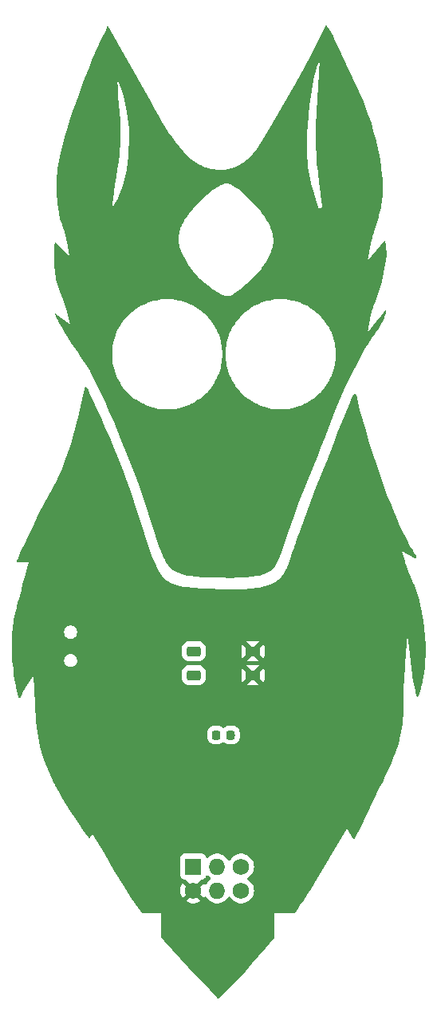
<source format=gtl>
G04 #@! TF.GenerationSoftware,KiCad,Pcbnew,8.0.8*
G04 #@! TF.CreationDate,2025-01-21T00:02:22+01:00*
G04 #@! TF.ProjectId,cerberus,63657262-6572-4757-932e-6b696361645f,rev?*
G04 #@! TF.SameCoordinates,Original*
G04 #@! TF.FileFunction,Copper,L1,Top*
G04 #@! TF.FilePolarity,Positive*
%FSLAX46Y46*%
G04 Gerber Fmt 4.6, Leading zero omitted, Abs format (unit mm)*
G04 Created by KiCad (PCBNEW 8.0.8) date 2025-01-21 00:02:22*
%MOMM*%
%LPD*%
G01*
G04 APERTURE LIST*
G04 Aperture macros list*
%AMRoundRect*
0 Rectangle with rounded corners*
0 $1 Rounding radius*
0 $2 $3 $4 $5 $6 $7 $8 $9 X,Y pos of 4 corners*
0 Add a 4 corners polygon primitive as box body*
4,1,4,$2,$3,$4,$5,$6,$7,$8,$9,$2,$3,0*
0 Add four circle primitives for the rounded corners*
1,1,$1+$1,$2,$3*
1,1,$1+$1,$4,$5*
1,1,$1+$1,$6,$7*
1,1,$1+$1,$8,$9*
0 Add four rect primitives between the rounded corners*
20,1,$1+$1,$2,$3,$4,$5,0*
20,1,$1+$1,$4,$5,$6,$7,0*
20,1,$1+$1,$6,$7,$8,$9,0*
20,1,$1+$1,$8,$9,$2,$3,0*%
G04 Aperture macros list end*
G04 #@! TA.AperFunction,Conductor*
%ADD10C,0.000000*%
G04 #@! TD*
G04 #@! TA.AperFunction,SMDPad,CuDef*
%ADD11RoundRect,0.218750X0.218750X0.256250X-0.218750X0.256250X-0.218750X-0.256250X0.218750X-0.256250X0*%
G04 #@! TD*
G04 #@! TA.AperFunction,ComponentPad*
%ADD12R,1.727200X1.727200*%
G04 #@! TD*
G04 #@! TA.AperFunction,ComponentPad*
%ADD13C,1.727200*%
G04 #@! TD*
G04 #@! TA.AperFunction,ComponentPad*
%ADD14O,1.727200X1.727200*%
G04 #@! TD*
G04 #@! TA.AperFunction,SMDPad,CuDef*
%ADD15RoundRect,0.275000X0.475000X0.275000X-0.475000X0.275000X-0.475000X-0.275000X0.475000X-0.275000X0*%
G04 #@! TD*
G04 #@! TA.AperFunction,ViaPad*
%ADD16C,0.800000*%
G04 #@! TD*
G04 #@! TA.AperFunction,Conductor*
%ADD17C,0.250000*%
G04 #@! TD*
G04 APERTURE END LIST*
D10*
G04 #@! TA.AperFunction,Conductor*
G36*
X76456219Y-54292555D02*
G01*
X76572511Y-54478496D01*
X76812852Y-54895499D01*
X77059341Y-55358828D01*
X77306939Y-55851880D01*
X77550609Y-56358050D01*
X77785312Y-56860735D01*
X78207669Y-57789238D01*
X78449520Y-58321710D01*
X78554535Y-58546416D01*
X78603274Y-58647766D01*
X78649578Y-58741544D01*
X78987465Y-59425553D01*
X79321629Y-60125139D01*
X79649852Y-60839244D01*
X79969915Y-61566806D01*
X80279598Y-62306766D01*
X80576682Y-63058065D01*
X80858949Y-63819642D01*
X81124178Y-64590438D01*
X81367624Y-65361379D01*
X81589475Y-66138070D01*
X81787506Y-66919367D01*
X81959493Y-67704122D01*
X82103209Y-68491189D01*
X82216429Y-69279424D01*
X82296929Y-70067681D01*
X82324213Y-70461459D01*
X82342482Y-70854812D01*
X82351052Y-71259190D01*
X82348537Y-71644029D01*
X82335728Y-72010469D01*
X82313418Y-72359647D01*
X82282398Y-72692702D01*
X82243461Y-73010772D01*
X82197398Y-73314997D01*
X82145001Y-73606514D01*
X82087064Y-73886462D01*
X82024376Y-74155980D01*
X81957732Y-74416205D01*
X81887922Y-74668277D01*
X81741975Y-75152513D01*
X81592871Y-75617797D01*
X81459191Y-76034079D01*
X81394564Y-76241587D01*
X81332107Y-76449853D01*
X81272339Y-76659762D01*
X81215781Y-76872202D01*
X81162954Y-77088056D01*
X81114378Y-77308212D01*
X80726584Y-79173029D01*
X82595869Y-77028844D01*
X82641677Y-77221403D01*
X82678472Y-77419114D01*
X82726550Y-77828315D01*
X82743153Y-78253097D01*
X82731330Y-78690108D01*
X82694131Y-79136000D01*
X82634604Y-79587419D01*
X82555800Y-80041017D01*
X82460766Y-80493443D01*
X82352553Y-80941345D01*
X82234210Y-81381373D01*
X81979330Y-82224405D01*
X81720521Y-82995734D01*
X81482176Y-83668554D01*
X81350248Y-84039158D01*
X81292244Y-84205813D01*
X81240389Y-84359601D01*
X81195315Y-84500197D01*
X81157652Y-84627276D01*
X81128034Y-84740511D01*
X81116439Y-84791836D01*
X81107092Y-84839578D01*
X80759493Y-86787403D01*
X81989909Y-85236015D01*
X82074309Y-85130491D01*
X82163049Y-85021756D01*
X82255889Y-84910723D01*
X82352588Y-84798306D01*
X82452907Y-84685421D01*
X82556606Y-84572982D01*
X82663447Y-84461902D01*
X82773188Y-84353098D01*
X82776503Y-84349983D01*
X82724034Y-84557380D01*
X82668115Y-84753560D01*
X82608666Y-84939724D01*
X82545608Y-85117074D01*
X82478861Y-85286810D01*
X82408348Y-85450134D01*
X82333988Y-85608247D01*
X82255703Y-85762350D01*
X82173413Y-85913645D01*
X82087039Y-86063332D01*
X81996503Y-86212613D01*
X81901725Y-86362689D01*
X81699126Y-86670029D01*
X81478609Y-86994964D01*
X81191805Y-87418888D01*
X80798114Y-88023443D01*
X80418699Y-88642088D01*
X80052716Y-89273608D01*
X79699319Y-89916789D01*
X79026910Y-91233276D01*
X78394713Y-92581838D01*
X77795973Y-93952761D01*
X77223933Y-95336332D01*
X76132925Y-98102565D01*
X75848176Y-98832075D01*
X75454106Y-99832573D01*
X74962304Y-101076450D01*
X74222627Y-102943601D01*
X73499206Y-104806419D01*
X72793959Y-106696805D01*
X72448749Y-107662303D01*
X72108801Y-108646656D01*
X71972240Y-109055491D01*
X71844006Y-109446464D01*
X71526745Y-110383882D01*
X71369000Y-110787483D01*
X71200282Y-111149786D01*
X71011920Y-111472371D01*
X70907663Y-111619264D01*
X70795242Y-111756819D01*
X70673575Y-111885235D01*
X70541577Y-112004709D01*
X70398164Y-112115439D01*
X70242252Y-112217622D01*
X70072757Y-112311456D01*
X69888596Y-112397138D01*
X69688684Y-112474865D01*
X69471937Y-112544836D01*
X69237271Y-112607248D01*
X68983603Y-112662298D01*
X68414922Y-112751104D01*
X67757223Y-112812833D01*
X67001834Y-112849066D01*
X66140083Y-112861383D01*
X65163298Y-112851364D01*
X64184891Y-112827853D01*
X63324511Y-112794376D01*
X62571991Y-112744368D01*
X61917162Y-112671260D01*
X61623203Y-112623992D01*
X61349855Y-112568487D01*
X61095844Y-112503924D01*
X60859902Y-112429482D01*
X60640756Y-112344340D01*
X60437135Y-112247677D01*
X60247768Y-112138673D01*
X60071385Y-112016506D01*
X59906715Y-111880357D01*
X59752485Y-111729403D01*
X59607426Y-111562824D01*
X59470266Y-111379800D01*
X59339734Y-111179509D01*
X59214559Y-110961130D01*
X59093470Y-110723844D01*
X58975196Y-110466828D01*
X58742009Y-109890326D01*
X58504830Y-109225056D01*
X57977820Y-107601951D01*
X57471180Y-106023371D01*
X56849717Y-104170644D01*
X56485216Y-103134911D01*
X56079156Y-102022764D01*
X55627254Y-100831578D01*
X55125224Y-99558727D01*
X54691180Y-98486849D01*
X54248752Y-97413265D01*
X53797788Y-96343412D01*
X53338138Y-95282726D01*
X52861498Y-94217666D01*
X52372893Y-93165734D01*
X51871816Y-92131447D01*
X51616440Y-91622332D01*
X51357756Y-91119323D01*
X51234632Y-90893068D01*
X51093538Y-90650857D01*
X50936325Y-90393901D01*
X50764839Y-90123416D01*
X50386443Y-89546703D01*
X50104890Y-89126880D01*
X53609365Y-89126880D01*
X53616978Y-89427890D01*
X53639573Y-89724956D01*
X53676781Y-90017709D01*
X53728234Y-90305781D01*
X53793564Y-90588804D01*
X53872403Y-90866410D01*
X53964384Y-91138228D01*
X54069138Y-91403892D01*
X54186297Y-91663032D01*
X54315493Y-91915281D01*
X54456359Y-92160268D01*
X54608525Y-92397627D01*
X54771625Y-92626988D01*
X54945289Y-92847983D01*
X55129151Y-93060243D01*
X55322842Y-93263401D01*
X55526007Y-93457075D01*
X55738272Y-93640925D01*
X55959269Y-93814581D01*
X56188630Y-93977674D01*
X56425987Y-94129837D01*
X56670971Y-94270701D01*
X56923215Y-94399896D01*
X57182351Y-94517055D01*
X57448010Y-94621809D01*
X57719825Y-94713789D01*
X57997427Y-94792626D01*
X58280448Y-94857952D01*
X58568521Y-94909399D01*
X58861276Y-94946598D01*
X59158347Y-94969179D01*
X59459364Y-94976776D01*
X59760390Y-94969180D01*
X60057469Y-94946600D01*
X60350231Y-94909403D01*
X60638308Y-94857959D01*
X60921334Y-94792636D01*
X61198939Y-94713802D01*
X61470755Y-94621825D01*
X61736415Y-94517074D01*
X61995550Y-94399917D01*
X62247793Y-94270723D01*
X62492774Y-94129859D01*
X62730127Y-93977695D01*
X62959483Y-93814599D01*
X63180473Y-93640939D01*
X63392730Y-93457083D01*
X63595887Y-93263401D01*
X63789577Y-93060236D01*
X63973439Y-92847971D01*
X64147104Y-92626974D01*
X64310203Y-92397613D01*
X64462370Y-92160256D01*
X64603235Y-91915272D01*
X64732431Y-91663028D01*
X64849590Y-91403892D01*
X64954344Y-91138233D01*
X65046325Y-90866418D01*
X65125164Y-90588816D01*
X65190494Y-90305795D01*
X65241947Y-90017723D01*
X65279155Y-89724968D01*
X65301749Y-89427897D01*
X65309363Y-89126880D01*
X65649374Y-89126880D01*
X65656988Y-89427906D01*
X65679584Y-89724984D01*
X65716794Y-90017746D01*
X65768250Y-90305823D01*
X65833583Y-90588848D01*
X65912426Y-90866453D01*
X66004409Y-91138270D01*
X66109166Y-91403929D01*
X66226326Y-91663064D01*
X66355524Y-91915307D01*
X66496389Y-92160288D01*
X66648555Y-92397641D01*
X66811652Y-92626997D01*
X66985312Y-92847987D01*
X67169168Y-93060245D01*
X67362851Y-93263401D01*
X67566016Y-93457075D01*
X67778281Y-93640925D01*
X67999278Y-93814581D01*
X68228639Y-93977674D01*
X68465996Y-94129837D01*
X68710980Y-94270701D01*
X68963224Y-94399896D01*
X69222360Y-94517055D01*
X69488019Y-94621809D01*
X69759834Y-94713789D01*
X70037436Y-94792626D01*
X70320457Y-94857952D01*
X70608529Y-94909399D01*
X70901285Y-94946598D01*
X71198355Y-94969179D01*
X71499373Y-94976776D01*
X71800399Y-94969180D01*
X72097476Y-94946600D01*
X72390238Y-94909403D01*
X72678315Y-94857959D01*
X72961341Y-94792636D01*
X73238945Y-94713802D01*
X73510762Y-94621825D01*
X73776421Y-94517074D01*
X74035556Y-94399917D01*
X74287799Y-94270723D01*
X74532780Y-94129859D01*
X74770133Y-93977695D01*
X74999489Y-93814599D01*
X75220479Y-93640939D01*
X75432737Y-93457083D01*
X75635893Y-93263401D01*
X75829584Y-93060236D01*
X76013446Y-92847971D01*
X76187111Y-92626974D01*
X76350211Y-92397613D01*
X76502377Y-92160256D01*
X76643243Y-91915272D01*
X76772439Y-91663028D01*
X76889598Y-91403892D01*
X76994351Y-91138233D01*
X77086332Y-90866418D01*
X77165171Y-90588816D01*
X77230501Y-90305795D01*
X77281954Y-90017723D01*
X77319162Y-89724968D01*
X77341756Y-89427897D01*
X77349369Y-89126880D01*
X77341740Y-88825871D01*
X77319133Y-88528805D01*
X77281917Y-88236052D01*
X77230459Y-87947979D01*
X77165127Y-87664956D01*
X77086288Y-87387351D01*
X76994310Y-87115532D01*
X76889560Y-86849868D01*
X76772407Y-86590728D01*
X76643216Y-86338480D01*
X76502357Y-86093492D01*
X76350197Y-85856133D01*
X76187103Y-85626772D01*
X76013442Y-85405777D01*
X75829583Y-85193517D01*
X75635893Y-84990360D01*
X75432727Y-84796669D01*
X75220459Y-84612807D01*
X74999458Y-84439142D01*
X74770092Y-84276042D01*
X74532729Y-84123875D01*
X74287738Y-83983010D01*
X74035488Y-83853814D01*
X73776348Y-83736655D01*
X73510684Y-83631901D01*
X73238867Y-83539920D01*
X72961265Y-83461081D01*
X72678246Y-83395750D01*
X72390179Y-83344297D01*
X72097432Y-83307090D01*
X71800374Y-83284495D01*
X71499373Y-83276882D01*
X71198346Y-83284495D01*
X70901268Y-83307090D01*
X70608506Y-83344297D01*
X70320428Y-83395750D01*
X70037403Y-83461081D01*
X69759798Y-83539920D01*
X69487981Y-83631901D01*
X69222321Y-83736655D01*
X68963186Y-83853814D01*
X68710944Y-83983010D01*
X68465962Y-84123875D01*
X68228610Y-84276042D01*
X67999254Y-84439142D01*
X67778264Y-84612807D01*
X67566007Y-84796669D01*
X67362851Y-84990360D01*
X67169176Y-85193525D01*
X66985327Y-85405790D01*
X66811671Y-85626787D01*
X66648576Y-85856147D01*
X66496412Y-86093504D01*
X66355546Y-86338489D01*
X66226348Y-86590733D01*
X66109185Y-86849868D01*
X66004426Y-87115528D01*
X65912439Y-87387342D01*
X65833594Y-87664944D01*
X65768257Y-87947965D01*
X65716799Y-88236038D01*
X65679586Y-88528793D01*
X65656989Y-88825863D01*
X65649374Y-89126880D01*
X65309363Y-89126880D01*
X65301749Y-88825871D01*
X65279155Y-88528805D01*
X65241947Y-88236052D01*
X65190494Y-87947979D01*
X65125164Y-87664956D01*
X65046325Y-87387351D01*
X64954344Y-87115532D01*
X64849590Y-86849868D01*
X64732431Y-86590728D01*
X64603235Y-86338480D01*
X64462370Y-86093492D01*
X64310203Y-85856133D01*
X64147104Y-85626772D01*
X63973439Y-85405777D01*
X63789577Y-85193517D01*
X63595887Y-84990360D01*
X63392721Y-84796669D01*
X63180452Y-84612807D01*
X62959451Y-84439142D01*
X62730084Y-84276042D01*
X62492721Y-84123875D01*
X62247730Y-83983010D01*
X61995480Y-83853814D01*
X61736339Y-83736655D01*
X61470676Y-83631901D01*
X61198859Y-83539920D01*
X60921256Y-83461081D01*
X60638237Y-83395750D01*
X60350170Y-83344297D01*
X60057423Y-83307090D01*
X59760365Y-83284495D01*
X59459364Y-83276882D01*
X59158355Y-83284494D01*
X58861289Y-83307085D01*
X58568535Y-83344289D01*
X58280462Y-83395736D01*
X57997439Y-83461060D01*
X57719834Y-83539893D01*
X57448015Y-83631868D01*
X57182351Y-83736617D01*
X56923211Y-83853772D01*
X56670962Y-83982965D01*
X56425974Y-84123831D01*
X56188616Y-84275999D01*
X55959255Y-84439104D01*
X55738260Y-84612778D01*
X55525999Y-84796652D01*
X55322842Y-84990360D01*
X55129151Y-85193526D01*
X54945289Y-85405794D01*
X54771624Y-85626795D01*
X54608525Y-85856161D01*
X54456358Y-86093524D01*
X54315493Y-86338515D01*
X54186297Y-86590765D01*
X54069138Y-86849906D01*
X53964384Y-87115569D01*
X53872403Y-87387386D01*
X53793564Y-87664988D01*
X53728233Y-87948007D01*
X53676780Y-88236074D01*
X53639573Y-88528821D01*
X53616978Y-88825879D01*
X53609365Y-89126880D01*
X50104890Y-89126880D01*
X49973137Y-88930423D01*
X49282684Y-87895940D01*
X48938012Y-87363928D01*
X48604653Y-86830028D01*
X48290817Y-86300207D01*
X48004713Y-85780434D01*
X47874626Y-85526181D01*
X47754549Y-85276677D01*
X47645510Y-85032670D01*
X47548534Y-84794904D01*
X49158555Y-85959596D01*
X48782868Y-84593017D01*
X48703448Y-84312397D01*
X48624313Y-84047701D01*
X48545671Y-83797334D01*
X48467728Y-83559702D01*
X48314759Y-83116266D01*
X48167058Y-82704635D01*
X47982385Y-82186205D01*
X47815917Y-81674199D01*
X47741243Y-81411665D01*
X47673200Y-81140010D01*
X47612482Y-80855657D01*
X47559783Y-80555031D01*
X47515794Y-80234555D01*
X47481211Y-79890653D01*
X47456726Y-79519751D01*
X47443033Y-79118270D01*
X47440825Y-78682636D01*
X47450795Y-78209273D01*
X47473638Y-77694605D01*
X47510046Y-77135055D01*
X47535645Y-77159631D01*
X47561307Y-77184780D01*
X47613269Y-77236992D01*
X47666843Y-77292086D01*
X47722937Y-77350460D01*
X47830123Y-77461779D01*
X47889958Y-77523063D01*
X47955323Y-77589077D01*
X47955122Y-77588983D01*
X49050829Y-78687202D01*
X48800807Y-77157322D01*
X48766713Y-76970129D01*
X48744308Y-76867450D01*
X60669061Y-76867450D01*
X60673985Y-77014447D01*
X60685686Y-77162743D01*
X60704192Y-77312452D01*
X60729531Y-77463687D01*
X60761732Y-77616561D01*
X60798382Y-77761892D01*
X60841235Y-77908541D01*
X60890315Y-78056615D01*
X60945649Y-78206221D01*
X61007261Y-78357466D01*
X61075178Y-78510458D01*
X61149425Y-78665305D01*
X61230027Y-78822112D01*
X61317011Y-78980988D01*
X61410400Y-79142040D01*
X61510222Y-79305374D01*
X61616502Y-79471099D01*
X61729265Y-79639322D01*
X61848536Y-79810148D01*
X61974342Y-79983687D01*
X62106707Y-80160045D01*
X62197843Y-80277583D01*
X62295236Y-80396704D01*
X62398388Y-80517038D01*
X62506800Y-80638219D01*
X62619975Y-80759878D01*
X62737415Y-80881645D01*
X62983096Y-81124033D01*
X63239859Y-81362436D01*
X63503719Y-81593907D01*
X63770691Y-81815497D01*
X64036791Y-82024259D01*
X64185732Y-82135346D01*
X64334135Y-82241271D01*
X64481411Y-82341604D01*
X64626968Y-82435912D01*
X64770217Y-82523766D01*
X64910566Y-82604733D01*
X65047426Y-82678384D01*
X65180205Y-82744286D01*
X65308315Y-82802009D01*
X65431163Y-82851122D01*
X65548160Y-82891193D01*
X65658715Y-82921792D01*
X65762238Y-82942487D01*
X65811178Y-82948986D01*
X65858139Y-82952847D01*
X65903046Y-82954017D01*
X65945826Y-82952442D01*
X65986405Y-82948067D01*
X66024710Y-82940839D01*
X66038426Y-82936922D01*
X66101546Y-82916831D01*
X66171796Y-82888462D01*
X66248711Y-82852212D01*
X66331826Y-82808481D01*
X66420674Y-82757667D01*
X66514791Y-82700169D01*
X66716968Y-82566719D01*
X66934633Y-82411319D01*
X67164063Y-82237162D01*
X67401534Y-82047437D01*
X67643322Y-81845337D01*
X67876481Y-81642698D01*
X68109379Y-81433223D01*
X68338441Y-81219973D01*
X68560090Y-81006007D01*
X68770750Y-80794388D01*
X68966843Y-80588175D01*
X69144794Y-80390429D01*
X69225848Y-80295688D01*
X69301026Y-80204212D01*
X69302935Y-80202203D01*
X69450707Y-80012999D01*
X69590194Y-79827466D01*
X69721428Y-79645371D01*
X69844437Y-79466486D01*
X69959251Y-79290580D01*
X70065901Y-79117422D01*
X70164415Y-78946782D01*
X70254825Y-78778430D01*
X70337160Y-78612135D01*
X70411450Y-78447667D01*
X70477725Y-78284796D01*
X70536014Y-78123291D01*
X70586348Y-77962922D01*
X70628756Y-77803458D01*
X70663268Y-77644670D01*
X70689915Y-77486326D01*
X70709228Y-77323396D01*
X70720233Y-77161455D01*
X70722962Y-77000265D01*
X70717446Y-76839588D01*
X70703715Y-76679186D01*
X70681801Y-76518823D01*
X70651735Y-76358260D01*
X70613548Y-76197260D01*
X70567272Y-76035585D01*
X70512937Y-75872998D01*
X70450574Y-75709260D01*
X70380215Y-75544136D01*
X70301891Y-75377386D01*
X70215633Y-75208774D01*
X70121471Y-75038061D01*
X70019438Y-74865011D01*
X69928623Y-74720083D01*
X69829859Y-74571284D01*
X69723735Y-74419175D01*
X69610836Y-74264320D01*
X69491751Y-74107280D01*
X69367066Y-73948619D01*
X69103247Y-73628678D01*
X68824076Y-73308996D01*
X68534251Y-72994072D01*
X68238470Y-72688404D01*
X67941430Y-72396492D01*
X67782377Y-72246739D01*
X67623599Y-72102278D01*
X67465724Y-71963711D01*
X67309381Y-71831641D01*
X67155200Y-71706671D01*
X67003809Y-71589404D01*
X66855837Y-71480444D01*
X66711913Y-71380393D01*
X66572665Y-71289854D01*
X66438724Y-71209431D01*
X66310718Y-71139726D01*
X66189275Y-71081343D01*
X66075026Y-71034884D01*
X65968597Y-71000952D01*
X65918513Y-70988872D01*
X65870620Y-70980151D01*
X65824996Y-70974863D01*
X65781769Y-70973085D01*
X65746954Y-70974288D01*
X65709861Y-70977856D01*
X65670600Y-70983729D01*
X65629280Y-70991847D01*
X65586008Y-71002149D01*
X65540894Y-71014574D01*
X65494046Y-71029062D01*
X65445572Y-71045552D01*
X65395580Y-71063984D01*
X65344180Y-71084298D01*
X65237586Y-71130327D01*
X65126657Y-71183157D01*
X65012261Y-71242302D01*
X64927995Y-71288436D01*
X64841204Y-71337774D01*
X64752349Y-71390061D01*
X64661890Y-71445042D01*
X64570290Y-71502464D01*
X64478008Y-71562071D01*
X64385505Y-71623609D01*
X64293244Y-71686824D01*
X64288723Y-71686824D01*
X64154618Y-71786411D01*
X63939998Y-71952152D01*
X63719907Y-72134331D01*
X63496162Y-72330905D01*
X63270584Y-72539832D01*
X63044991Y-72759071D01*
X62821204Y-72986579D01*
X62601041Y-73220314D01*
X62386323Y-73458234D01*
X62177403Y-73699954D01*
X61976967Y-73942601D01*
X61786829Y-74184138D01*
X61608804Y-74422522D01*
X61444705Y-74655716D01*
X61296347Y-74881680D01*
X61228638Y-74991313D01*
X61165545Y-75098373D01*
X61107293Y-75202606D01*
X61054111Y-75303756D01*
X60986348Y-75443957D01*
X60925052Y-75584207D01*
X60870251Y-75724621D01*
X60821975Y-75865313D01*
X60780250Y-76006395D01*
X60745105Y-76147981D01*
X60716567Y-76290185D01*
X60694666Y-76433120D01*
X60679429Y-76576900D01*
X60670885Y-76721639D01*
X60669061Y-76867450D01*
X48744308Y-76867450D01*
X48726885Y-76787606D01*
X48682021Y-76608716D01*
X48632817Y-76432422D01*
X48579969Y-76257691D01*
X48524174Y-76083485D01*
X48406529Y-75732507D01*
X48277429Y-75346757D01*
X48213973Y-75147141D01*
X48152695Y-74941999D01*
X48094678Y-74730557D01*
X48041009Y-74512040D01*
X47992772Y-74285674D01*
X47951053Y-74050685D01*
X47888939Y-73634324D01*
X47866835Y-73468383D01*
X53625895Y-73468383D01*
X53625945Y-73468383D01*
X53780005Y-73286159D01*
X53926722Y-73084460D01*
X54066150Y-72864379D01*
X54198343Y-72627008D01*
X54441249Y-72104768D01*
X54655880Y-71526480D01*
X54821119Y-70973083D01*
X54842676Y-70900885D01*
X55002079Y-70236724D01*
X55134527Y-69542737D01*
X55240463Y-68827665D01*
X55320326Y-68100248D01*
X55374556Y-67369228D01*
X55403594Y-66643344D01*
X55407881Y-65931337D01*
X55387857Y-65241949D01*
X55343963Y-64583918D01*
X55276638Y-63965987D01*
X55186324Y-63396896D01*
X55036017Y-62595942D01*
X54938166Y-62124546D01*
X54822910Y-61637954D01*
X54758221Y-61396479D01*
X54688543Y-61160229D01*
X54613660Y-60932212D01*
X54533360Y-60715435D01*
X54447429Y-60512907D01*
X54355656Y-60327635D01*
X54257825Y-60162628D01*
X54153726Y-60020892D01*
X54211517Y-60922628D01*
X54280461Y-61788856D01*
X54419657Y-63468873D01*
X54473832Y-64309709D01*
X54507008Y-65169127D01*
X54511147Y-66060650D01*
X54499816Y-66522676D01*
X54478212Y-66997800D01*
X54448541Y-67428742D01*
X54409138Y-67854700D01*
X54306783Y-68692903D01*
X54182434Y-69514888D01*
X54047380Y-70323138D01*
X53912911Y-71120131D01*
X53790314Y-71908349D01*
X53690879Y-72690273D01*
X53653375Y-73079650D01*
X53625895Y-73468383D01*
X47866835Y-73468383D01*
X47861279Y-73426675D01*
X47835921Y-73219014D01*
X47812892Y-73011068D01*
X47792221Y-72802563D01*
X47773934Y-72593226D01*
X47758059Y-72382782D01*
X47744581Y-72170844D01*
X47733632Y-71958246D01*
X47725233Y-71744738D01*
X47719408Y-71530069D01*
X47716178Y-71313990D01*
X47715565Y-71096250D01*
X47717593Y-70876598D01*
X47722284Y-70654785D01*
X47722284Y-70652876D01*
X47741042Y-70287902D01*
X47777539Y-69896731D01*
X47830909Y-69481167D01*
X47900288Y-69043015D01*
X48083608Y-68106163D01*
X48320578Y-67100610D01*
X48604273Y-66040791D01*
X48927772Y-64941143D01*
X49284151Y-63816101D01*
X49666489Y-62680099D01*
X50133427Y-61366908D01*
X50613712Y-60083938D01*
X51096691Y-58853422D01*
X51571709Y-57697597D01*
X52028114Y-56638699D01*
X52455251Y-55698962D01*
X52842468Y-54900622D01*
X53179111Y-54265915D01*
X57710212Y-62310592D01*
X58038919Y-62907008D01*
X58610009Y-63934397D01*
X58920189Y-64472613D01*
X59247561Y-65017766D01*
X59592700Y-65562800D01*
X59956180Y-66100658D01*
X60338579Y-66624283D01*
X60740470Y-67126617D01*
X61162430Y-67600604D01*
X61381115Y-67824762D01*
X61605034Y-68039187D01*
X61834257Y-68242996D01*
X62068858Y-68435308D01*
X62308907Y-68615240D01*
X62554476Y-68781910D01*
X62805639Y-68934437D01*
X63062466Y-69071938D01*
X63325029Y-69193530D01*
X63593401Y-69298332D01*
X63867653Y-69385462D01*
X64147858Y-69454037D01*
X64434087Y-69503176D01*
X64726412Y-69531995D01*
X64954593Y-69541262D01*
X65176277Y-69540515D01*
X65391603Y-69530090D01*
X65600710Y-69510323D01*
X65803739Y-69481551D01*
X66000827Y-69444108D01*
X66192115Y-69398333D01*
X66377741Y-69344560D01*
X66557844Y-69283127D01*
X66732564Y-69214368D01*
X66902040Y-69138621D01*
X67066411Y-69056221D01*
X67225816Y-68967504D01*
X67380395Y-68872807D01*
X67530286Y-68772466D01*
X67675629Y-68666816D01*
X67811622Y-68560167D01*
X67943211Y-68449418D01*
X68070546Y-68334874D01*
X68193777Y-68216840D01*
X68313054Y-68095618D01*
X68428527Y-67971514D01*
X68540347Y-67844831D01*
X68648662Y-67715872D01*
X68753624Y-67584944D01*
X68855381Y-67452348D01*
X68954085Y-67318390D01*
X69049885Y-67183373D01*
X69112506Y-67090547D01*
X74299166Y-67090547D01*
X74304281Y-67669239D01*
X74322228Y-68204712D01*
X74353215Y-68703822D01*
X74397452Y-69173424D01*
X74455147Y-69620377D01*
X74526509Y-70051535D01*
X74611747Y-70473756D01*
X74711070Y-70893895D01*
X74824687Y-71318810D01*
X74952807Y-71755356D01*
X75253390Y-72690768D01*
X75614491Y-73754984D01*
X75614542Y-73754984D01*
X75645279Y-73716320D01*
X75674227Y-73682923D01*
X75701390Y-73654168D01*
X75726770Y-73629431D01*
X75772187Y-73589512D01*
X75810495Y-73558172D01*
X75841713Y-73530417D01*
X75854667Y-73516324D01*
X75865856Y-73501253D01*
X75875281Y-73484582D01*
X75882943Y-73465686D01*
X75888846Y-73443940D01*
X75892990Y-73418721D01*
X75895380Y-73389403D01*
X75896016Y-73355364D01*
X75894900Y-73315977D01*
X75892036Y-73270620D01*
X75881069Y-73159496D01*
X75863131Y-73016997D01*
X75722018Y-72033367D01*
X75569287Y-70890941D01*
X75448492Y-69840441D01*
X75356988Y-68869532D01*
X75292132Y-67965884D01*
X75251279Y-67117165D01*
X75231786Y-66311040D01*
X75246304Y-64777250D01*
X75630017Y-57879473D01*
X75474390Y-58253227D01*
X75330269Y-58663389D01*
X75197308Y-59105580D01*
X75075160Y-59575420D01*
X74963478Y-60068530D01*
X74861915Y-60580531D01*
X74687761Y-61643687D01*
X74549926Y-62729855D01*
X74445635Y-63803999D01*
X74372116Y-64831085D01*
X74326596Y-65776078D01*
X74306674Y-66461779D01*
X74299166Y-67090547D01*
X69112506Y-67090547D01*
X69233372Y-66911380D01*
X69407044Y-66638801D01*
X70338986Y-65114695D01*
X71269669Y-63543381D01*
X72193220Y-61937152D01*
X73103766Y-60308303D01*
X73948198Y-58756798D01*
X74773020Y-57201816D01*
X75573112Y-55654108D01*
X76343354Y-54124422D01*
X76456219Y-54292555D01*
G37*
G04 #@! TD.AperFunction*
D11*
X66217500Y-129540000D03*
X64642500Y-129540000D03*
D12*
X62230000Y-143510000D03*
D13*
X62230000Y-146050000D03*
D14*
X64770000Y-143510000D03*
X64770000Y-146050000D03*
D13*
X67310000Y-143510000D03*
X67310000Y-146050000D03*
D15*
X68580000Y-123190000D03*
X68580000Y-120650000D03*
X62280000Y-120650000D03*
X62280000Y-123190000D03*
D16*
X62230000Y-123190000D03*
X64640912Y-129536608D03*
X63964953Y-114848520D03*
X77470000Y-129540000D03*
X71797995Y-114892004D03*
X54610000Y-123190000D03*
X67803624Y-114865247D03*
X79258717Y-97254919D03*
X69850000Y-150075760D03*
X59690000Y-150099809D03*
X57150000Y-123190000D03*
X51134533Y-96362088D03*
X68580398Y-120658166D03*
X59677135Y-114855930D03*
X54610000Y-129540000D03*
X77825000Y-123190000D03*
X74930000Y-123190000D03*
X72390000Y-139700000D03*
X57150000Y-139700000D03*
X68580000Y-123190000D03*
X66228971Y-129554515D03*
X72707500Y-105727500D03*
X58278290Y-105303386D03*
X62230000Y-120650000D03*
D17*
X66217500Y-129543044D02*
X66217500Y-129540000D01*
X66228971Y-129554515D02*
X66217500Y-129543044D01*
X64640912Y-129538412D02*
X64642500Y-129540000D01*
X64640912Y-129536608D02*
X64640912Y-129538412D01*
X62280000Y-123190000D02*
X62230000Y-123190000D01*
X62280000Y-120650000D02*
X62230000Y-120650000D01*
G04 #@! TA.AperFunction,Conductor*
G36*
X63756762Y-144433109D02*
G01*
X63788564Y-144457957D01*
X63842954Y-144517040D01*
X64021351Y-144655893D01*
X64049165Y-144670945D01*
X64098755Y-144720165D01*
X64113863Y-144788382D01*
X64089692Y-144853937D01*
X64049165Y-144889055D01*
X64021352Y-144904106D01*
X63842955Y-145042959D01*
X63842950Y-145042963D01*
X63689850Y-145209272D01*
X63689842Y-145209283D01*
X63603509Y-145341425D01*
X63550363Y-145386782D01*
X63481131Y-145396205D01*
X63417796Y-145366702D01*
X63395893Y-145341425D01*
X63354888Y-145278663D01*
X63354887Y-145278663D01*
X62719494Y-145914056D01*
X62703381Y-145853919D01*
X62636502Y-145738080D01*
X62541920Y-145643498D01*
X62426081Y-145576619D01*
X62365940Y-145560504D01*
X63016028Y-144910418D01*
X63077351Y-144876933D01*
X63103708Y-144874099D01*
X63141472Y-144874099D01*
X63201083Y-144867691D01*
X63335931Y-144817396D01*
X63451146Y-144731146D01*
X63537396Y-144615931D01*
X63574280Y-144517040D01*
X63581154Y-144498610D01*
X63623025Y-144442676D01*
X63688489Y-144418258D01*
X63756762Y-144433109D01*
G37*
G04 #@! TD.AperFunction*
G04 #@! TA.AperFunction,Conductor*
G36*
X50868472Y-92606939D02*
G01*
X50924240Y-92649031D01*
X50935760Y-92667838D01*
X51069409Y-92937235D01*
X51213078Y-93226831D01*
X51213904Y-93228528D01*
X51634876Y-94110563D01*
X51635585Y-94112077D01*
X52046858Y-95004544D01*
X52047466Y-95005882D01*
X52449622Y-95906501D01*
X52450166Y-95907738D01*
X52912354Y-96973840D01*
X52912835Y-96974966D01*
X53361773Y-98039196D01*
X53362159Y-98040120D01*
X53799076Y-99099661D01*
X53799370Y-99100382D01*
X54224962Y-100151129D01*
X54225382Y-100152178D01*
X54724777Y-101418159D01*
X54725359Y-101419663D01*
X55174138Y-102602164D01*
X55174678Y-102603615D01*
X55577305Y-103705811D01*
X55577794Y-103707175D01*
X55938679Y-104732113D01*
X55939276Y-104733849D01*
X56553669Y-106564821D01*
X56554178Y-106566370D01*
X56628241Y-106797107D01*
X57054377Y-108124697D01*
X57651188Y-109962880D01*
X57726987Y-110175568D01*
X57919700Y-110716312D01*
X58183584Y-111369192D01*
X58183589Y-111369203D01*
X58454341Y-111929006D01*
X58595879Y-112176321D01*
X58743438Y-112403152D01*
X58743441Y-112403156D01*
X58898455Y-112610427D01*
X58898462Y-112610436D01*
X59019048Y-112749223D01*
X59062362Y-112799075D01*
X59236597Y-112970027D01*
X59422594Y-113124211D01*
X59621787Y-113262558D01*
X59691147Y-113302598D01*
X59835620Y-113385999D01*
X60065518Y-113495460D01*
X60065529Y-113495464D01*
X60065540Y-113495469D01*
X60312908Y-113591867D01*
X60312911Y-113591868D01*
X60312919Y-113591871D01*
X60579259Y-113676163D01*
X60579263Y-113676164D01*
X60579269Y-113676166D01*
X60722616Y-113712713D01*
X60865974Y-113749264D01*
X60865988Y-113749266D01*
X60866001Y-113749270D01*
X61174491Y-113812104D01*
X61227565Y-113820664D01*
X61506268Y-113865615D01*
X62245282Y-113948358D01*
X63094500Y-114004929D01*
X64065404Y-114042765D01*
X65059067Y-114066647D01*
X65169473Y-114069301D01*
X66276994Y-114080030D01*
X66277002Y-114080029D01*
X66277017Y-114080030D01*
X67254580Y-114064125D01*
X67697702Y-114045589D01*
X68112031Y-114019679D01*
X68498798Y-113986157D01*
X68498807Y-113986156D01*
X68859231Y-113944786D01*
X68859233Y-113944785D01*
X68859239Y-113944785D01*
X69194586Y-113895324D01*
X69506073Y-113837536D01*
X69794934Y-113771183D01*
X70062403Y-113696025D01*
X70155022Y-113664492D01*
X70309692Y-113611833D01*
X70309694Y-113611831D01*
X70309712Y-113611826D01*
X70538095Y-113518346D01*
X70748787Y-113415347D01*
X70943020Y-113302590D01*
X71122028Y-113179838D01*
X71287045Y-113046852D01*
X71439304Y-112903394D01*
X71580039Y-112749224D01*
X71710483Y-112584106D01*
X71831871Y-112407800D01*
X71945435Y-112220068D01*
X72052410Y-112020672D01*
X72154028Y-111809373D01*
X72251524Y-111585933D01*
X72439081Y-111101677D01*
X72624951Y-110565997D01*
X72819002Y-109976985D01*
X72823628Y-109962880D01*
X72943590Y-109597092D01*
X72943811Y-109596422D01*
X72976221Y-109499464D01*
X73079831Y-109189499D01*
X73080196Y-109188426D01*
X73241433Y-108721426D01*
X73421143Y-108200921D01*
X73421505Y-108199889D01*
X73766128Y-107235389D01*
X73766653Y-107233950D01*
X74467389Y-105354241D01*
X74467901Y-105352897D01*
X75183482Y-103509486D01*
X75183586Y-103509222D01*
X75913872Y-101665606D01*
X75913873Y-101665606D01*
X75913912Y-101665503D01*
X76409454Y-100421680D01*
X77088264Y-98683880D01*
X77637716Y-97277398D01*
X77637907Y-97276913D01*
X78200825Y-95864965D01*
X78201382Y-95863593D01*
X78784787Y-94457112D01*
X78785437Y-94455575D01*
X79086779Y-93758351D01*
X79087378Y-93756990D01*
X79263131Y-93363643D01*
X79308451Y-93310468D01*
X79375326Y-93290234D01*
X79442525Y-93309368D01*
X79488711Y-93361796D01*
X79494680Y-93377184D01*
X79602026Y-93720081D01*
X79603933Y-93726840D01*
X79926025Y-95005605D01*
X80232717Y-96159180D01*
X80534041Y-97226712D01*
X80840884Y-98250766D01*
X81161155Y-99263293D01*
X81511007Y-100324008D01*
X82341698Y-102756014D01*
X82590338Y-103460792D01*
X82618398Y-103540328D01*
X82792049Y-104011196D01*
X82890362Y-104277779D01*
X83157179Y-104970206D01*
X83418506Y-105619633D01*
X83673943Y-106227939D01*
X83923122Y-106797080D01*
X83923134Y-106797107D01*
X84156018Y-107307844D01*
X84165719Y-107329119D01*
X84401297Y-107825857D01*
X84849999Y-108721426D01*
X85266277Y-109499435D01*
X85525720Y-109959936D01*
X85647205Y-110175568D01*
X85877526Y-110572104D01*
X85894176Y-110639960D01*
X85871496Y-110706046D01*
X85816687Y-110749380D01*
X85747151Y-110756203D01*
X85712857Y-110744274D01*
X84372917Y-110043836D01*
X84372916Y-110043836D01*
X84698498Y-111164700D01*
X84761185Y-111369192D01*
X84771428Y-111402604D01*
X84849939Y-111635338D01*
X84849946Y-111635358D01*
X84849948Y-111635363D01*
X84933366Y-111863958D01*
X84958651Y-111929006D01*
X85021062Y-112089559D01*
X85074350Y-112220082D01*
X85112337Y-112313124D01*
X85206544Y-112535755D01*
X85400980Y-112982127D01*
X85597165Y-113432423D01*
X85597678Y-113433618D01*
X85694803Y-113663085D01*
X85695380Y-113664470D01*
X85700161Y-113676164D01*
X85791026Y-113898415D01*
X85791760Y-113900252D01*
X85885039Y-114139219D01*
X85885890Y-114141464D01*
X85976005Y-114386217D01*
X85976939Y-114388843D01*
X86063200Y-114640428D01*
X86064178Y-114643403D01*
X86145759Y-114902486D01*
X86146747Y-114905782D01*
X86254443Y-115284144D01*
X86255332Y-115287439D01*
X86354963Y-115677979D01*
X86355714Y-115681093D01*
X86447169Y-116082613D01*
X86447806Y-116085574D01*
X86530862Y-116496315D01*
X86531638Y-116500525D01*
X86672879Y-117348753D01*
X86673645Y-117354062D01*
X86780371Y-118226405D01*
X86780888Y-118231503D01*
X86852414Y-119119088D01*
X86852717Y-119124118D01*
X86888257Y-120017347D01*
X86888355Y-120022446D01*
X86887145Y-120911685D01*
X86887024Y-120916990D01*
X86848308Y-121793105D01*
X86848017Y-121797736D01*
X86802132Y-122358921D01*
X86801751Y-122362820D01*
X86739500Y-122910483D01*
X86738951Y-122914675D01*
X86660118Y-123446070D01*
X86659570Y-123449443D01*
X86614059Y-123707092D01*
X86613614Y-123709474D01*
X86563828Y-123962378D01*
X86563309Y-123964876D01*
X86509344Y-124212055D01*
X86508741Y-124214683D01*
X86450543Y-124455952D01*
X86449841Y-124458720D01*
X86387445Y-124693535D01*
X86386629Y-124696461D01*
X86320003Y-124924531D01*
X86319056Y-124927624D01*
X86248184Y-125148635D01*
X86247081Y-125151916D01*
X86171993Y-125365393D01*
X86170710Y-125368873D01*
X86155674Y-125407854D01*
X86113182Y-125463318D01*
X86047449Y-125487004D01*
X85979346Y-125471392D01*
X85930494Y-125421440D01*
X85918892Y-125389935D01*
X85809057Y-124891868D01*
X85709950Y-124434124D01*
X85709810Y-124433465D01*
X85673235Y-124258968D01*
X85637593Y-124088921D01*
X85637310Y-124087525D01*
X85615617Y-123977564D01*
X85615316Y-123976039D01*
X85614786Y-123973168D01*
X85604188Y-123911582D01*
X85603482Y-123906957D01*
X84930714Y-118846343D01*
X84735772Y-121961817D01*
X84611710Y-123944509D01*
X84591525Y-124293541D01*
X84575075Y-124629654D01*
X84551373Y-125265323D01*
X84536523Y-125857023D01*
X84526450Y-126409689D01*
X84526443Y-126410052D01*
X84508666Y-127250225D01*
X84508553Y-127253510D01*
X84471159Y-128037427D01*
X84470853Y-128042039D01*
X84438336Y-128423925D01*
X84437925Y-128427965D01*
X84392591Y-128811369D01*
X84391968Y-128815914D01*
X84331229Y-129205433D01*
X84330380Y-129210251D01*
X84251564Y-129611103D01*
X84250508Y-129615960D01*
X84150901Y-130033406D01*
X84149684Y-130038098D01*
X84026573Y-130477250D01*
X84025259Y-130481625D01*
X83875895Y-130947647D01*
X83874550Y-130951612D01*
X83696202Y-131449555D01*
X83694883Y-131453070D01*
X83484828Y-131987951D01*
X83483578Y-131991012D01*
X83239114Y-132567809D01*
X83237961Y-132570444D01*
X82956399Y-133194111D01*
X82955359Y-133196356D01*
X82785824Y-133552740D01*
X82633533Y-133872874D01*
X82313084Y-134548067D01*
X82041946Y-135119361D01*
X82041906Y-135119444D01*
X80696976Y-137947824D01*
X80696558Y-137948695D01*
X79974374Y-139437417D01*
X79973700Y-139438785D01*
X79425183Y-140534976D01*
X79377580Y-140586120D01*
X79309883Y-140603409D01*
X79243586Y-140581353D01*
X79210058Y-140546654D01*
X78540359Y-139507380D01*
X78540358Y-139507381D01*
X75103707Y-145286520D01*
X75102407Y-145288657D01*
X74708352Y-145921878D01*
X74707501Y-145923226D01*
X74323148Y-146523503D01*
X74322121Y-146525081D01*
X73943030Y-147097805D01*
X73942148Y-147099118D01*
X73753539Y-147376317D01*
X73752900Y-147377248D01*
X73563670Y-147649987D01*
X73563010Y-147650928D01*
X73368995Y-147925100D01*
X73368317Y-147926049D01*
X73171110Y-148199245D01*
X73170418Y-148200195D01*
X72999961Y-148431679D01*
X72944359Y-148473990D01*
X72899981Y-148482153D01*
X70850037Y-148479999D01*
X70850037Y-151042351D01*
X70830352Y-151109390D01*
X70819903Y-151123377D01*
X69887441Y-152203594D01*
X69886451Y-152204726D01*
X68476152Y-153799009D01*
X68475246Y-153800023D01*
X67744779Y-154607758D01*
X67743970Y-154608643D01*
X67026191Y-155387087D01*
X67025456Y-155387878D01*
X66691524Y-155743765D01*
X66690964Y-155744357D01*
X66369363Y-156082618D01*
X66368685Y-156083326D01*
X66061983Y-156400851D01*
X66061141Y-156401715D01*
X65772364Y-156694918D01*
X65771286Y-156695999D01*
X65503056Y-156961717D01*
X65501625Y-156963111D01*
X65257070Y-157197692D01*
X65255079Y-157199561D01*
X65037034Y-157399681D01*
X65034088Y-157402298D01*
X64960575Y-157465558D01*
X64935517Y-157487122D01*
X64871862Y-157515929D01*
X64802738Y-157505748D01*
X64762561Y-157476186D01*
X63983001Y-156611963D01*
X63180109Y-155742421D01*
X62846566Y-155387531D01*
X62425590Y-154939612D01*
X62425447Y-154939461D01*
X61710616Y-154186278D01*
X61710177Y-154185814D01*
X59994979Y-152359838D01*
X59993028Y-152357711D01*
X59169965Y-151439577D01*
X59167831Y-151437134D01*
X58879572Y-151098141D01*
X58851140Y-151034318D01*
X58850037Y-151017814D01*
X58850037Y-148479999D01*
X56867302Y-148479607D01*
X56800267Y-148459909D01*
X56767945Y-148429763D01*
X56629263Y-148243897D01*
X56627002Y-148240765D01*
X55705578Y-146920482D01*
X55703567Y-146917510D01*
X55282441Y-146275202D01*
X55134784Y-146049993D01*
X60861727Y-146049993D01*
X60861727Y-146050006D01*
X60880386Y-146275202D01*
X60880388Y-146275213D01*
X60935863Y-146494278D01*
X61026638Y-146701222D01*
X61105111Y-146821335D01*
X61740504Y-146185941D01*
X61756619Y-146246081D01*
X61823498Y-146361920D01*
X61918080Y-146456502D01*
X62033919Y-146523381D01*
X62094057Y-146539494D01*
X61457139Y-147176412D01*
X61481628Y-147195472D01*
X61680369Y-147303027D01*
X61680375Y-147303029D01*
X61894106Y-147376403D01*
X62117010Y-147413600D01*
X62342990Y-147413600D01*
X62565893Y-147376403D01*
X62779624Y-147303029D01*
X62779639Y-147303022D01*
X62978367Y-147195475D01*
X62978377Y-147195468D01*
X63002859Y-147176413D01*
X63002860Y-147176412D01*
X62365942Y-146539495D01*
X62426081Y-146523381D01*
X62541920Y-146456502D01*
X62636502Y-146361920D01*
X62703381Y-146246081D01*
X62719494Y-146185942D01*
X63354886Y-146821334D01*
X63395891Y-146758573D01*
X63449038Y-146713217D01*
X63518269Y-146703793D01*
X63581605Y-146733295D01*
X63603508Y-146758573D01*
X63689842Y-146890716D01*
X63689850Y-146890727D01*
X63842950Y-147057036D01*
X63842954Y-147057040D01*
X64021351Y-147195893D01*
X64220169Y-147303488D01*
X64220172Y-147303489D01*
X64433982Y-147376890D01*
X64433984Y-147376890D01*
X64433986Y-147376891D01*
X64656967Y-147414100D01*
X64656968Y-147414100D01*
X64883032Y-147414100D01*
X64883033Y-147414100D01*
X65106014Y-147376891D01*
X65319831Y-147303488D01*
X65518649Y-147195893D01*
X65697046Y-147057040D01*
X65850156Y-146890719D01*
X65936193Y-146759028D01*
X65989338Y-146713675D01*
X66058569Y-146704251D01*
X66121905Y-146733753D01*
X66143804Y-146759025D01*
X66229844Y-146890719D01*
X66229849Y-146890724D01*
X66229850Y-146890727D01*
X66382950Y-147057036D01*
X66382954Y-147057040D01*
X66561351Y-147195893D01*
X66760169Y-147303488D01*
X66760172Y-147303489D01*
X66973982Y-147376890D01*
X66973984Y-147376890D01*
X66973986Y-147376891D01*
X67196967Y-147414100D01*
X67196968Y-147414100D01*
X67423032Y-147414100D01*
X67423033Y-147414100D01*
X67646014Y-147376891D01*
X67859831Y-147303488D01*
X68058649Y-147195893D01*
X68237046Y-147057040D01*
X68390156Y-146890719D01*
X68513802Y-146701465D01*
X68604611Y-146494441D01*
X68660107Y-146275293D01*
X68667574Y-146185175D01*
X68678775Y-146050006D01*
X68678775Y-146049993D01*
X68665707Y-145892294D01*
X68660107Y-145824707D01*
X68604611Y-145605559D01*
X68513802Y-145398535D01*
X68506123Y-145386782D01*
X68390157Y-145209283D01*
X68390149Y-145209272D01*
X68237049Y-145042963D01*
X68237048Y-145042962D01*
X68237046Y-145042960D01*
X68058649Y-144904107D01*
X68058647Y-144904106D01*
X68058646Y-144904105D01*
X68058639Y-144904100D01*
X68030836Y-144889055D01*
X67981244Y-144839837D01*
X67966135Y-144771620D01*
X67990306Y-144706064D01*
X68030836Y-144670945D01*
X68058639Y-144655899D01*
X68058642Y-144655896D01*
X68058649Y-144655893D01*
X68237046Y-144517040D01*
X68390156Y-144350719D01*
X68513802Y-144161465D01*
X68604611Y-143954441D01*
X68660107Y-143735293D01*
X68678775Y-143510000D01*
X68678775Y-143509993D01*
X68660107Y-143284710D01*
X68660107Y-143284707D01*
X68604611Y-143065559D01*
X68513802Y-142858535D01*
X68390156Y-142669281D01*
X68390153Y-142669278D01*
X68390149Y-142669272D01*
X68237049Y-142502963D01*
X68237048Y-142502962D01*
X68237046Y-142502960D01*
X68058649Y-142364107D01*
X67919594Y-142288854D01*
X67859832Y-142256512D01*
X67859827Y-142256510D01*
X67646017Y-142183109D01*
X67461434Y-142152308D01*
X67423033Y-142145900D01*
X67196967Y-142145900D01*
X67158566Y-142152308D01*
X66973982Y-142183109D01*
X66760172Y-142256510D01*
X66760167Y-142256512D01*
X66561352Y-142364106D01*
X66382955Y-142502959D01*
X66382950Y-142502963D01*
X66229850Y-142669272D01*
X66229842Y-142669283D01*
X66143808Y-142800968D01*
X66090662Y-142846325D01*
X66021430Y-142855748D01*
X65958095Y-142826246D01*
X65936192Y-142800968D01*
X65850157Y-142669283D01*
X65850149Y-142669272D01*
X65697049Y-142502963D01*
X65697048Y-142502962D01*
X65697046Y-142502960D01*
X65518649Y-142364107D01*
X65379594Y-142288854D01*
X65319832Y-142256512D01*
X65319827Y-142256510D01*
X65106017Y-142183109D01*
X64921434Y-142152308D01*
X64883033Y-142145900D01*
X64656967Y-142145900D01*
X64618566Y-142152308D01*
X64433982Y-142183109D01*
X64220172Y-142256510D01*
X64220167Y-142256512D01*
X64021352Y-142364106D01*
X63842955Y-142502958D01*
X63788565Y-142562041D01*
X63728677Y-142598031D01*
X63658839Y-142595930D01*
X63601223Y-142556405D01*
X63581154Y-142521390D01*
X63537397Y-142404071D01*
X63537393Y-142404064D01*
X63451147Y-142288855D01*
X63451144Y-142288852D01*
X63335935Y-142202606D01*
X63335928Y-142202602D01*
X63201082Y-142152308D01*
X63201083Y-142152308D01*
X63141483Y-142145901D01*
X63141481Y-142145900D01*
X63141473Y-142145900D01*
X63141464Y-142145900D01*
X61318529Y-142145900D01*
X61318523Y-142145901D01*
X61258916Y-142152308D01*
X61124071Y-142202602D01*
X61124064Y-142202606D01*
X61008855Y-142288852D01*
X61008852Y-142288855D01*
X60922606Y-142404064D01*
X60922602Y-142404071D01*
X60872308Y-142538917D01*
X60865901Y-142598516D01*
X60865900Y-142598535D01*
X60865900Y-144421470D01*
X60865901Y-144421476D01*
X60872308Y-144481083D01*
X60922602Y-144615928D01*
X60922606Y-144615935D01*
X61008852Y-144731144D01*
X61008855Y-144731147D01*
X61124064Y-144817393D01*
X61124071Y-144817397D01*
X61169018Y-144834161D01*
X61258917Y-144867691D01*
X61318527Y-144874100D01*
X61356289Y-144874099D01*
X61423326Y-144893782D01*
X61443970Y-144910418D01*
X62094057Y-145560504D01*
X62033919Y-145576619D01*
X61918080Y-145643498D01*
X61823498Y-145738080D01*
X61756619Y-145853919D01*
X61740504Y-145914057D01*
X61105111Y-145278663D01*
X61026639Y-145398774D01*
X60935863Y-145605721D01*
X60880388Y-145824786D01*
X60880386Y-145824797D01*
X60861727Y-146049993D01*
X55134784Y-146049993D01*
X54716548Y-145412093D01*
X54713971Y-145407989D01*
X54706614Y-145395748D01*
X54145615Y-144462286D01*
X54145084Y-144461393D01*
X53846202Y-143954439D01*
X53212209Y-142879078D01*
X52782521Y-142145901D01*
X51951055Y-140727169D01*
X51546734Y-140039676D01*
X51288250Y-140427508D01*
X51234690Y-140472376D01*
X51165375Y-140481164D01*
X51102313Y-140451084D01*
X51081093Y-140426305D01*
X50987756Y-140282664D01*
X50771636Y-139961596D01*
X50537526Y-139620982D01*
X50287559Y-139260715D01*
X49543279Y-138179220D01*
X49542290Y-138177758D01*
X49148520Y-137586453D01*
X49147354Y-137584669D01*
X48747774Y-136961677D01*
X48746326Y-136959364D01*
X48347757Y-136306767D01*
X48346097Y-136303965D01*
X47955252Y-135623691D01*
X47953350Y-135620256D01*
X47576638Y-134913689D01*
X47575110Y-134910727D01*
X47531183Y-134822718D01*
X47394632Y-134549131D01*
X47393604Y-134547020D01*
X47218989Y-134179209D01*
X47217890Y-134176829D01*
X46937736Y-133552740D01*
X46936509Y-133549913D01*
X46689233Y-132960270D01*
X46687910Y-132956985D01*
X46471135Y-132395632D01*
X46469804Y-132392013D01*
X46281192Y-131852888D01*
X46279864Y-131848868D01*
X46117077Y-131325917D01*
X46115809Y-131321565D01*
X46110568Y-131302273D01*
X45976453Y-130808511D01*
X45975351Y-130804136D01*
X45857059Y-130294692D01*
X45856129Y-130290328D01*
X45847392Y-130245387D01*
X45756596Y-129778368D01*
X45755880Y-129774325D01*
X45671308Y-129244865D01*
X45670779Y-129241199D01*
X45670086Y-129235831D01*
X45670084Y-129235818D01*
X63704500Y-129235818D01*
X63704500Y-129844181D01*
X63714563Y-129942683D01*
X63767450Y-130102284D01*
X63767455Y-130102295D01*
X63855716Y-130245387D01*
X63855719Y-130245391D01*
X63974608Y-130364280D01*
X63974612Y-130364283D01*
X64117704Y-130452544D01*
X64117707Y-130452545D01*
X64117713Y-130452549D01*
X64277315Y-130505436D01*
X64375826Y-130515500D01*
X64375831Y-130515500D01*
X64909169Y-130515500D01*
X64909174Y-130515500D01*
X65007685Y-130505436D01*
X65167287Y-130452549D01*
X65310391Y-130364281D01*
X65342319Y-130332353D01*
X65403642Y-130298868D01*
X65473334Y-130303852D01*
X65517681Y-130332353D01*
X65549608Y-130364280D01*
X65549612Y-130364283D01*
X65692704Y-130452544D01*
X65692707Y-130452545D01*
X65692713Y-130452549D01*
X65852315Y-130505436D01*
X65950826Y-130515500D01*
X65950831Y-130515500D01*
X66484169Y-130515500D01*
X66484174Y-130515500D01*
X66582685Y-130505436D01*
X66742287Y-130452549D01*
X66885391Y-130364281D01*
X67004281Y-130245391D01*
X67092549Y-130102287D01*
X67145436Y-129942685D01*
X67155500Y-129844174D01*
X67155500Y-129235826D01*
X67145436Y-129137315D01*
X67092549Y-128977713D01*
X67092545Y-128977707D01*
X67092544Y-128977704D01*
X67004283Y-128834612D01*
X67004280Y-128834608D01*
X66885391Y-128715719D01*
X66885387Y-128715716D01*
X66742295Y-128627455D01*
X66742289Y-128627452D01*
X66742287Y-128627451D01*
X66582685Y-128574564D01*
X66582683Y-128574563D01*
X66484181Y-128564500D01*
X66484174Y-128564500D01*
X65950826Y-128564500D01*
X65950818Y-128564500D01*
X65852316Y-128574563D01*
X65852315Y-128574564D01*
X65773219Y-128600773D01*
X65692715Y-128627450D01*
X65692704Y-128627455D01*
X65549612Y-128715716D01*
X65549608Y-128715719D01*
X65517681Y-128747647D01*
X65456358Y-128781132D01*
X65386666Y-128776148D01*
X65342319Y-128747647D01*
X65310391Y-128715719D01*
X65310387Y-128715716D01*
X65167295Y-128627455D01*
X65167289Y-128627452D01*
X65167287Y-128627451D01*
X65007685Y-128574564D01*
X65007683Y-128574563D01*
X64909181Y-128564500D01*
X64909174Y-128564500D01*
X64375826Y-128564500D01*
X64375818Y-128564500D01*
X64277316Y-128574563D01*
X64277315Y-128574564D01*
X64198219Y-128600773D01*
X64117715Y-128627450D01*
X64117704Y-128627455D01*
X63974612Y-128715716D01*
X63974608Y-128715719D01*
X63855719Y-128834608D01*
X63855716Y-128834612D01*
X63767455Y-128977704D01*
X63767451Y-128977713D01*
X63714564Y-129137315D01*
X63714564Y-129137316D01*
X63714563Y-129137316D01*
X63704500Y-129235818D01*
X45670084Y-129235818D01*
X45600391Y-128695805D01*
X45600026Y-128692653D01*
X45587854Y-128574563D01*
X45541518Y-128125037D01*
X45541293Y-128122613D01*
X45492370Y-127526584D01*
X45492238Y-127524808D01*
X45450605Y-126894240D01*
X45450533Y-126893046D01*
X45413905Y-126222149D01*
X45413849Y-126221012D01*
X45346318Y-124733424D01*
X45346304Y-124733107D01*
X45344672Y-124695004D01*
X45282213Y-123236615D01*
X45282212Y-123236615D01*
X44436226Y-124471621D01*
X44332451Y-124629855D01*
X44234322Y-124793136D01*
X44141634Y-124961306D01*
X44054215Y-125134143D01*
X44046728Y-125150268D01*
X43993307Y-125265323D01*
X43971879Y-125311472D01*
X43894477Y-125493013D01*
X43888355Y-125508650D01*
X43845582Y-125563897D01*
X43779730Y-125587248D01*
X43711707Y-125571291D01*
X43663110Y-125521091D01*
X43652843Y-125494487D01*
X43619907Y-125367149D01*
X43616114Y-125352484D01*
X43615676Y-125350739D01*
X43594906Y-125265323D01*
X43551245Y-125085774D01*
X43550863Y-125084152D01*
X43489239Y-124814469D01*
X43488882Y-124812858D01*
X43430103Y-124538891D01*
X43429800Y-124537435D01*
X43373905Y-124259564D01*
X43373669Y-124258352D01*
X43320803Y-123977501D01*
X43320545Y-123976082D01*
X43270838Y-123693148D01*
X43270506Y-123691158D01*
X43183206Y-123138327D01*
X43182803Y-123135574D01*
X43147188Y-122871473D01*
X43147184Y-122871441D01*
X61029500Y-122871441D01*
X61029500Y-123508558D01*
X61044157Y-123638648D01*
X61044159Y-123638658D01*
X61068939Y-123709474D01*
X61101878Y-123803606D01*
X61194853Y-123951576D01*
X61318424Y-124075147D01*
X61466394Y-124168122D01*
X61631343Y-124225841D01*
X61631349Y-124225841D01*
X61631351Y-124225842D01*
X61672750Y-124230506D01*
X61761442Y-124240499D01*
X61761445Y-124240500D01*
X61761448Y-124240500D01*
X62798555Y-124240500D01*
X62798556Y-124240499D01*
X62928657Y-124225841D01*
X62954697Y-124216729D01*
X67906822Y-124216729D01*
X67931458Y-124225350D01*
X67931462Y-124225351D01*
X68061469Y-124239999D01*
X68061473Y-124240000D01*
X69098527Y-124240000D01*
X69098530Y-124239999D01*
X69228537Y-124225351D01*
X69228541Y-124225350D01*
X69253177Y-124216729D01*
X68580000Y-123543552D01*
X67906822Y-124216729D01*
X62954697Y-124216729D01*
X63093606Y-124168122D01*
X63241576Y-124075147D01*
X63365147Y-123951576D01*
X63458122Y-123803606D01*
X63515841Y-123638657D01*
X63530500Y-123508552D01*
X63530500Y-122871469D01*
X67330000Y-122871469D01*
X67330000Y-123508530D01*
X67344648Y-123638539D01*
X67402330Y-123803387D01*
X67483646Y-123932801D01*
X68226448Y-123190000D01*
X68226446Y-123189998D01*
X68933551Y-123189998D01*
X68933551Y-123189999D01*
X69676352Y-123932800D01*
X69676353Y-123932800D01*
X69757668Y-123803389D01*
X69815351Y-123638539D01*
X69829999Y-123508530D01*
X69830000Y-123508526D01*
X69830000Y-122871473D01*
X69829999Y-122871469D01*
X69815351Y-122741460D01*
X69757668Y-122576610D01*
X69676352Y-122447198D01*
X68933551Y-123189998D01*
X68226446Y-123189998D01*
X67483646Y-122447198D01*
X67483645Y-122447198D01*
X67402331Y-122576610D01*
X67344648Y-122741460D01*
X67330000Y-122871469D01*
X63530500Y-122871469D01*
X63530500Y-122871448D01*
X63515841Y-122741343D01*
X63458122Y-122576394D01*
X63365147Y-122428424D01*
X63241576Y-122304853D01*
X63093606Y-122211878D01*
X63093605Y-122211877D01*
X63093604Y-122211877D01*
X62954692Y-122163269D01*
X67906820Y-122163269D01*
X68579998Y-122836447D01*
X69253177Y-122163269D01*
X69228541Y-122154648D01*
X69098528Y-122140000D01*
X68061471Y-122140000D01*
X67931459Y-122154648D01*
X67906820Y-122163269D01*
X62954692Y-122163269D01*
X62928658Y-122154159D01*
X62928648Y-122154157D01*
X62798558Y-122139500D01*
X62798552Y-122139500D01*
X61761448Y-122139500D01*
X61761441Y-122139500D01*
X61631351Y-122154157D01*
X61631341Y-122154159D01*
X61466395Y-122211877D01*
X61318423Y-122304853D01*
X61194853Y-122428423D01*
X61101877Y-122576395D01*
X61044159Y-122741341D01*
X61044157Y-122741351D01*
X61029500Y-122871441D01*
X43147184Y-122871441D01*
X43108067Y-122581374D01*
X43107734Y-122578677D01*
X43046022Y-122026943D01*
X43045748Y-122024197D01*
X43017003Y-121698995D01*
X48499499Y-121698995D01*
X48526418Y-121834322D01*
X48526421Y-121834332D01*
X48579221Y-121961804D01*
X48579228Y-121961817D01*
X48655885Y-122076541D01*
X48655888Y-122076545D01*
X48753454Y-122174111D01*
X48753458Y-122174114D01*
X48868182Y-122250771D01*
X48868195Y-122250778D01*
X48995667Y-122303578D01*
X48995672Y-122303580D01*
X48995676Y-122303580D01*
X48995677Y-122303581D01*
X49131004Y-122330500D01*
X49131007Y-122330500D01*
X49268995Y-122330500D01*
X49360041Y-122312389D01*
X49404328Y-122303580D01*
X49531811Y-122250775D01*
X49646542Y-122174114D01*
X49744114Y-122076542D01*
X49820775Y-121961811D01*
X49873580Y-121834328D01*
X49882389Y-121790041D01*
X49900500Y-121698995D01*
X49900500Y-121561004D01*
X49873581Y-121425677D01*
X49873580Y-121425676D01*
X49873580Y-121425672D01*
X49867741Y-121411576D01*
X49820778Y-121298195D01*
X49820771Y-121298182D01*
X49744114Y-121183458D01*
X49744111Y-121183454D01*
X49646545Y-121085888D01*
X49646541Y-121085885D01*
X49531817Y-121009228D01*
X49531804Y-121009221D01*
X49404332Y-120956421D01*
X49404322Y-120956418D01*
X49268995Y-120929500D01*
X49268993Y-120929500D01*
X49131007Y-120929500D01*
X49131005Y-120929500D01*
X48995677Y-120956418D01*
X48995667Y-120956421D01*
X48868195Y-121009221D01*
X48868182Y-121009228D01*
X48753458Y-121085885D01*
X48753454Y-121085888D01*
X48655888Y-121183454D01*
X48655885Y-121183458D01*
X48579228Y-121298182D01*
X48579221Y-121298195D01*
X48526421Y-121425667D01*
X48526418Y-121425677D01*
X48499500Y-121561004D01*
X48499500Y-121561007D01*
X48499500Y-121698993D01*
X48499500Y-121698995D01*
X48499499Y-121698995D01*
X43017003Y-121698995D01*
X42997588Y-121479349D01*
X42997367Y-121476449D01*
X42963250Y-120942528D01*
X42963091Y-120939413D01*
X42943523Y-120420812D01*
X42943443Y-120417378D01*
X42942662Y-120331441D01*
X61029500Y-120331441D01*
X61029500Y-120968558D01*
X61044157Y-121098648D01*
X61044159Y-121098658D01*
X61101801Y-121263387D01*
X61101878Y-121263606D01*
X61194853Y-121411576D01*
X61318424Y-121535147D01*
X61466394Y-121628122D01*
X61631343Y-121685841D01*
X61631349Y-121685841D01*
X61631351Y-121685842D01*
X61672750Y-121690506D01*
X61761442Y-121700499D01*
X61761445Y-121700500D01*
X61761448Y-121700500D01*
X62798555Y-121700500D01*
X62798556Y-121700499D01*
X62928657Y-121685841D01*
X62954697Y-121676729D01*
X67906822Y-121676729D01*
X67931458Y-121685350D01*
X67931462Y-121685351D01*
X68061469Y-121699999D01*
X68061473Y-121700000D01*
X69098527Y-121700000D01*
X69098530Y-121699999D01*
X69228537Y-121685351D01*
X69228541Y-121685350D01*
X69253177Y-121676729D01*
X68580000Y-121003552D01*
X67906822Y-121676729D01*
X62954697Y-121676729D01*
X63093606Y-121628122D01*
X63241576Y-121535147D01*
X63365147Y-121411576D01*
X63458122Y-121263606D01*
X63515841Y-121098657D01*
X63530500Y-120968552D01*
X63530500Y-120331469D01*
X67330000Y-120331469D01*
X67330000Y-120968530D01*
X67344648Y-121098539D01*
X67402330Y-121263387D01*
X67483646Y-121392801D01*
X68226448Y-120650000D01*
X68226446Y-120649998D01*
X68933551Y-120649998D01*
X68933551Y-120649999D01*
X69676352Y-121392800D01*
X69676353Y-121392800D01*
X69757668Y-121263389D01*
X69815351Y-121098539D01*
X69829999Y-120968530D01*
X69830000Y-120968526D01*
X69830000Y-120331473D01*
X69829999Y-120331469D01*
X69815351Y-120201460D01*
X69757668Y-120036610D01*
X69676352Y-119907198D01*
X68933551Y-120649998D01*
X68226446Y-120649998D01*
X67483646Y-119907198D01*
X67483645Y-119907198D01*
X67402331Y-120036610D01*
X67344648Y-120201460D01*
X67330000Y-120331469D01*
X63530500Y-120331469D01*
X63530500Y-120331448D01*
X63515841Y-120201343D01*
X63458122Y-120036394D01*
X63365147Y-119888424D01*
X63241576Y-119764853D01*
X63093606Y-119671878D01*
X63093605Y-119671877D01*
X63093604Y-119671877D01*
X62954692Y-119623269D01*
X67906820Y-119623269D01*
X68579998Y-120296447D01*
X69253177Y-119623269D01*
X69228541Y-119614648D01*
X69098528Y-119600000D01*
X68061471Y-119600000D01*
X67931459Y-119614648D01*
X67906820Y-119623269D01*
X62954692Y-119623269D01*
X62928658Y-119614159D01*
X62928648Y-119614157D01*
X62798558Y-119599500D01*
X62798552Y-119599500D01*
X61761448Y-119599500D01*
X61761441Y-119599500D01*
X61631351Y-119614157D01*
X61631341Y-119614159D01*
X61466395Y-119671877D01*
X61318423Y-119764853D01*
X61194853Y-119888423D01*
X61101877Y-120036395D01*
X61044159Y-120201341D01*
X61044157Y-120201351D01*
X61029500Y-120331441D01*
X42942662Y-120331441D01*
X42938910Y-119918392D01*
X42938938Y-119914410D01*
X42942391Y-119764853D01*
X42949917Y-119438881D01*
X42950054Y-119435258D01*
X42956985Y-119303578D01*
X42970068Y-119055006D01*
X42970246Y-119052245D01*
X42997112Y-118698995D01*
X48499499Y-118698995D01*
X48526418Y-118834322D01*
X48526421Y-118834332D01*
X48579221Y-118961804D01*
X48579228Y-118961817D01*
X48655885Y-119076541D01*
X48655888Y-119076545D01*
X48753454Y-119174111D01*
X48753458Y-119174114D01*
X48868182Y-119250771D01*
X48868195Y-119250778D01*
X48995667Y-119303578D01*
X48995672Y-119303580D01*
X48995676Y-119303580D01*
X48995677Y-119303581D01*
X49131004Y-119330500D01*
X49131007Y-119330500D01*
X49268995Y-119330500D01*
X49360041Y-119312389D01*
X49404328Y-119303580D01*
X49531811Y-119250775D01*
X49646542Y-119174114D01*
X49744114Y-119076542D01*
X49820775Y-118961811D01*
X49873580Y-118834328D01*
X49900500Y-118698993D01*
X49900500Y-118561007D01*
X49900500Y-118561004D01*
X49873581Y-118425677D01*
X49873580Y-118425676D01*
X49873580Y-118425672D01*
X49873578Y-118425667D01*
X49820778Y-118298195D01*
X49820771Y-118298182D01*
X49744114Y-118183458D01*
X49744111Y-118183454D01*
X49646545Y-118085888D01*
X49646541Y-118085885D01*
X49531817Y-118009228D01*
X49531804Y-118009221D01*
X49404332Y-117956421D01*
X49404322Y-117956418D01*
X49268995Y-117929500D01*
X49268993Y-117929500D01*
X49131007Y-117929500D01*
X49131005Y-117929500D01*
X48995677Y-117956418D01*
X48995667Y-117956421D01*
X48868195Y-118009221D01*
X48868182Y-118009228D01*
X48753458Y-118085885D01*
X48753454Y-118085888D01*
X48655888Y-118183454D01*
X48655885Y-118183458D01*
X48579228Y-118298182D01*
X48579221Y-118298195D01*
X48526421Y-118425667D01*
X48526418Y-118425677D01*
X48499500Y-118561004D01*
X48499500Y-118561007D01*
X48499500Y-118698993D01*
X48499500Y-118698995D01*
X48499499Y-118698995D01*
X42997112Y-118698995D01*
X42998346Y-118682776D01*
X42998593Y-118679961D01*
X43034240Y-118320794D01*
X43034532Y-118318151D01*
X43077214Y-117968406D01*
X43077554Y-117965852D01*
X43126742Y-117624805D01*
X43127123Y-117622341D01*
X43182227Y-117289615D01*
X43182848Y-117286180D01*
X43309281Y-116639292D01*
X43310133Y-116635290D01*
X43454316Y-116010309D01*
X43455068Y-116007237D01*
X43612958Y-115397272D01*
X43613660Y-115394683D01*
X43954663Y-114191650D01*
X44120195Y-113618446D01*
X44283349Y-113036464D01*
X44440761Y-112440244D01*
X44516263Y-112135088D01*
X44589069Y-111824325D01*
X44589069Y-111824319D01*
X44590133Y-111819779D01*
X44590375Y-111818426D01*
X44729058Y-111208650D01*
X44096848Y-111216762D01*
X44096822Y-111216762D01*
X44096789Y-111216763D01*
X44004757Y-111218810D01*
X43915119Y-111222520D01*
X43827979Y-111227802D01*
X43743336Y-111234565D01*
X43661155Y-111242719D01*
X43642388Y-111244945D01*
X43573497Y-111233293D01*
X43521841Y-111186245D01*
X43503822Y-111118739D01*
X43513425Y-111073870D01*
X43646589Y-110756203D01*
X43942221Y-110050965D01*
X43943304Y-110048461D01*
X44296781Y-109256738D01*
X44297572Y-109255006D01*
X44722075Y-108342916D01*
X44722858Y-108341265D01*
X45222753Y-107309445D01*
X45223490Y-107307952D01*
X45803086Y-106157133D01*
X45803844Y-106155656D01*
X46467453Y-104886558D01*
X46468248Y-104885066D01*
X47220691Y-103497457D01*
X47571527Y-102831743D01*
X47608026Y-102756014D01*
X47682175Y-102602164D01*
X47899171Y-102151930D01*
X48204487Y-101462173D01*
X48488339Y-100766628D01*
X48751593Y-100069453D01*
X48995112Y-99374801D01*
X49219761Y-98686831D01*
X49426404Y-98009696D01*
X49789132Y-96704561D01*
X50090210Y-95492645D01*
X50197882Y-95005882D01*
X50535058Y-93481568D01*
X50535067Y-93481525D01*
X50535082Y-93481458D01*
X50678995Y-92807205D01*
X50679098Y-92806731D01*
X50703619Y-92696112D01*
X50737345Y-92634922D01*
X50798800Y-92601680D01*
X50868472Y-92606939D01*
G37*
G04 #@! TD.AperFunction*
M02*

</source>
